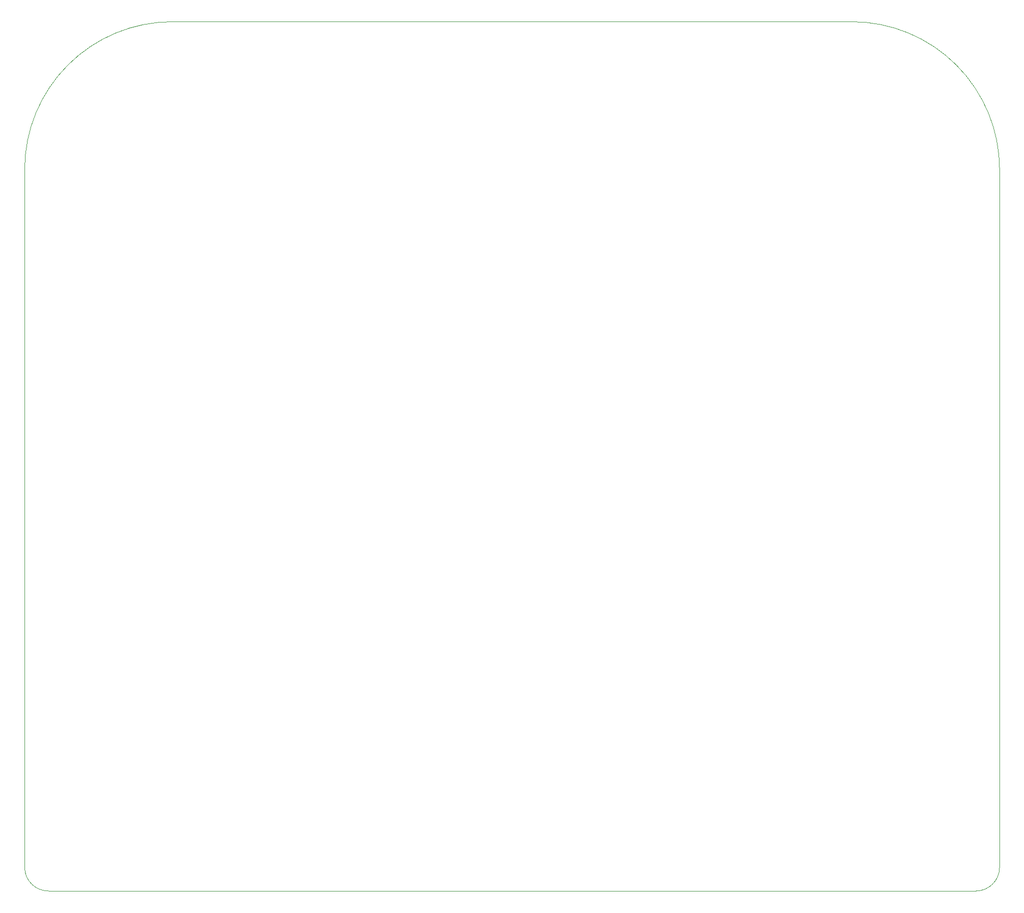
<source format=gbr>
%TF.GenerationSoftware,KiCad,Pcbnew,(6.0.1)*%
%TF.CreationDate,2023-02-18T19:59:15-08:00*%
%TF.ProjectId,StealthPad,53746561-6c74-4685-9061-642e6b696361,rev?*%
%TF.SameCoordinates,Original*%
%TF.FileFunction,Profile,NP*%
%FSLAX46Y46*%
G04 Gerber Fmt 4.6, Leading zero omitted, Abs format (unit mm)*
G04 Created by KiCad (PCBNEW (6.0.1)) date 2023-02-18 19:59:15*
%MOMM*%
%LPD*%
G01*
G04 APERTURE LIST*
%TA.AperFunction,Profile*%
%ADD10C,0.100000*%
%TD*%
G04 APERTURE END LIST*
D10*
X35000012Y-200830000D02*
G75*
G03*
X39000000Y-204840000I3999990J-9998D01*
G01*
X196000000Y-204840000D02*
X39000000Y-204840000D01*
X60000000Y-57650000D02*
X175000000Y-57650000D01*
X35000012Y-200830000D02*
X35000000Y-82650000D01*
X200000000Y-200840000D02*
X200000000Y-82650000D01*
X196000000Y-204840000D02*
G75*
G03*
X200000000Y-200840000I0J4000000D01*
G01*
X60000000Y-57650000D02*
G75*
G03*
X35000000Y-82650000I-2J-24999998D01*
G01*
X200000000Y-82650000D02*
G75*
G03*
X175000000Y-57650000I-24999998J2D01*
G01*
M02*

</source>
